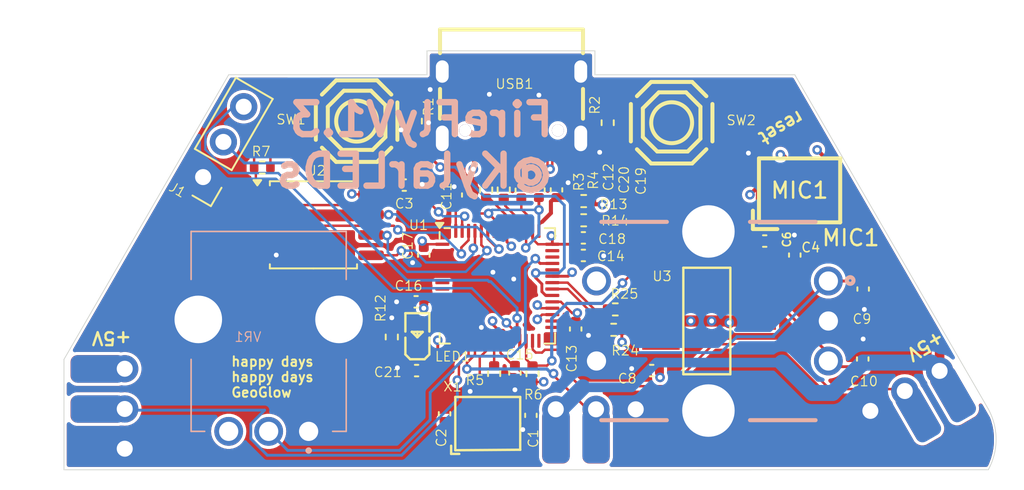
<source format=kicad_pcb>
(kicad_pcb (version 20240108) (generator "pcbnew") (generator_version "8.0")
  (layers (0 "F.Cu" signal) (1 "In1.Cu" signal) (2 "In2.Cu" signal) (31 "B.Cu" signal) (34 "B.Paste" user) (35 "F.Paste" user) (36 "B.SilkS" user "B.Silkscreen") (37 "F.SilkS" user "F.Silkscreen") (38 "B.Mask" user) (39 "F.Mask" user) (44 "Edge.Cuts" user))
  (net 0 "")
  (net 1 "BOARD_ID_0")
  (net 2 "Net-(X1-OSC2)")
  (net 6 "XIN")
  (net 7 "3V3")
  (net 8 "+5V")
  (net 9 "PDM_CLK")
  (net 10 "PDM_DATA")
  (net 12 "/A")
  (net 13 "/B")
  (net 14 "Net-(U1-VREG_VOUT)")
  (net 15 "SWCLK")
  (net 16 "SWDIO")
  (net 18 "LED_OUT_1")
  (net 19 "LED_OUT_2")
  (net 20 "LED_OUT_3")
  (net 21 "Net-(LED1-K)")
  (net 25 "Net-(USB1-CC2)")
  (net 26 "Net-(USB1-CC1)")
  (net 27 "Net-(U1-USB_DP)")
  (net 30 "USB_DP")
  (net 31 "USB_DM")
  (net 32 "Net-(U1-USB_DM)")
  (net 33 "XOUT")
  (net 34 "QSPI_SS")
  (net 35 "Net-(SW1-B)")
  (net 36 "ENC_A")
  (net 37 "ENC_B")
  (net 38 "BUTTON")
  (net 40 "QSPI_SD3")
  (net 41 "QSPI_SP0")
  (net 42 "QSPI_SD2")
  (net 43 "POT_ADC")
  (net 44 "QSPI_CLK")
  (net 45 "ENC_SW")
  (net 46 "QSPI_SP1")
  (net 49 "STATUS_LED")
  (net 51 "ADC_VREF")
  (net 52 "Net-(SW2-D)")
  (footprint "easyeda2kicad:SW-SMD_4P-L5.1-W5.1-P3.70-LS6.5-TL-2" (layer "F.Cu") (at 225 97.5 180)
    (property "Reference" "SW2")
    (property "Value" "TS-1187A-B-A-B")
  )
  (footprint "Resistor_SMD:R_0402_1005Metric" (layer "F.Cu") (at 199.4 100.3)
    (property "Reference" "R7")
    (property "Value" "1K")
  )
  (footprint "Package_SO:SOIC-8_5.23x5.23mm_P1.27mm" (layer "F.Cu") (at 202.6 103.885)
    (property "Reference" "U2")
    (property "Value" "W25Q32JVSS")
  )
  (footprint "Capacitor_SMD:C_0402_1005Metric" (layer "F.Cu") (at 215.6 101.72 90)
    (property "Reference" "C12")
    (property "Value" "1uF")
  )
  (footprint "Resistor_SMD:R_0402_1005Metric" (layer "F.Cu") (at 219.5 102.4 180)
    (property "Reference" "R13")
    (property "Value" "220")
  )
  (footprint "Capacitor_SMD:C_0402_1005Metric" (layer "F.Cu") (at 217.8 101.7 90)
    (property "Reference" "C19")
    (property "Value" "2.2uF")
  )
  (footprint "easyeda2kicad:LGA-6_L4.7-W3.8-P1.65_LMD4737T" (layer "F.Cu") (at 233 101.73)
    (property "Reference" "MIC1")
    (property "Value" "LMD4737T263-OY1")
  )
  (footprint "Capacitor_SMD:C_0402_1005Metric" (layer "F.Cu") (at 223.755 113 180)
    (property "Reference" "C8")
    (property "Value" "10uF")
  )
  (footprint "easyeda2kicad:LED0603-RD" (layer "F.Cu") (at 209.1 110.8 90)
    (property "Reference" "LED1")
    (property "Value" "KT-0603R")
  )
  (footprint "Resistor_SMD:R_0402_1005Metric" (layer "F.Cu") (at 219.5 103.6 180)
    (property "Reference" "R14")
    (property "Value" "0")
  )
  (footprint "Capacitor_SMD:C_0402_1005Metric" (layer "F.Cu") (at 219.48 104.7)
    (property "Reference" "C18")
    (property "Value" "100nF")
  )
  (footprint "Capacitor_SMD:C_0402_1005Metric" (layer "F.Cu") (at 208.28 101.4 180)
    (property "Reference" "C3")
    (property "Value" "10uF")
  )
  (footprint "Resistor_SMD:R_0402_1005Metric" (layer "F.Cu") (at 213.4 101.7 -90)
    (property "Reference" "R3")
    (property "Value" "22")
  )
  (footprint "easyeda2kicad:OSC-SMD_4P-L3.2-W2.5-BL" (layer "F.Cu") (at 213.5 116.3)
    (property "Reference" "X1")
    (property "Value" "X322512MSB4SI")
  )
  (footprint "Resistor_SMD:R_0402_1005Metric" (layer "F.Cu") (at 207.5 110.9 -90)
    (property "Reference" "R12")
    (property "Value" "220")
  )
  (footprint "Capacitor_SMD:C_0402_1005Metric" (layer "F.Cu") (at 215.2 113.15 -90)
    (property "Reference" "C15")
    (property "Value" "100nF")
  )
  (footprint "Resistor_SMD:R_0402_1005Metric" (layer "F.Cu") (at 213.9 113.19 90)
    (property "Reference" "R5")
    (property "Value" "1K")
  )
  (footprint "Capacitor_SMD:C_0402_1005Metric" (layer "F.Cu") (at 236.975 107.9 -90)
    (property "Reference" "C9")
    (property "Value" "0.1uF")
  )
  (footprint "mouser:ledstrip_3pin_withpins" (layer "F.Cu") (at 241.340511 117.301414 120)
    (property "Reference" "LEDS3" (hide yes))
    (property "Value" "ledstrip_3pin_10mm" (hide yes))
  )
  (footprint "Resistor_SMD:R_0402_1005Metric" (layer "F.Cu") (at 209 97.4 90)
    (property "Reference" "R1")
    (property "Value" "5.1K")
  )
  (footprint "Capacitor_SMD:C_0402_1005Metric" (layer "F.Cu") (at 216.2 115.8 90)
    (property "Reference" "C1")
    (property "Value" "15pF")
  )
  (footprint "Package_DFN_QFN:QFN-56-1EP_7x7mm_P0.4mm_EP3.2x3.2mm" (layer "F.Cu") (at 214.1 107.7)
    (property "Reference" "U1")
    (property "Value" "RP2040")
  )
  (footprint "Resistor_SMD:R_0402_1005Metric" (layer "F.Cu") (at 216.3 113.2 90)
    (property "Reference" "R6")
    (property "Value" "10K")
  )
  (footprint "Capacitor_SMD:C_0402_1005Metric" (layer "F.Cu") (at 212.25 102.02 90)
    (property "Reference" "C11")
    (property "Value" "1uF")
  )
  (footprint "Capacitor_SMD:C_0402_1005Metric" (layer "F.Cu") (at 209.02 108.7 180)
    (property "Reference" "C16")
    (property "Value" "100nF")
  )
  (footprint "easyeda2kicad:SOT-223-3_L6.5-W3.4-P2.30-LS7.0-BR" (layer "F.Cu") (at 227.3 109.9)
    (property "Reference" "U3")
    (property "Value" "AMS1117-3.3")
  )
  (footprint "Capacitor_SMD:C_0402_1005Metric" (layer "F.Cu") (at 232.7 105.775 90)
    (property "Reference" "C4")
    (property "Value" "10uF")
  )
  (footprint "Resistor_SMD:R_0402_1005Metric" (layer "F.Cu") (at 214.5 101.7 -90)
    (property "Reference" "R4")
    (property "Value" "22")
  )
  (footprint "Capacitor_SMD:C_0402_1005Metric" (layer "F.Cu") (at 219 110.4 -90)
    (property "Reference" "C13")
    (property "Value" "100nF")
  )
  (footprint "Resistor_SMD:R_0402_1005Metric" (layer "F.Cu") (at 221.375 110.45)
    (property "Reference" "R24")
    (property "Value" "10k")
  )
  (footprint "Resistor_SMD:R_0402_1005Metric" (layer "F.Cu") (at 221 97.5 -90)
    (property "Reference" "R2")
    (property "Value" "5.1K")
  )
  (footprint "Capacitor_SMD:C_0402_1005Metric" (layer "F.Cu") (at 219.48 105.8)
    (property "Reference" "C14")
    (property "Value" "100nF")
  )
  (footprint "Capacitor_SMD:C_0402_1005Metric" (layer "F.Cu") (at 210.8 115.7 -90)
    (property "Reference" "C2")
    (property "Value" "15pF")
  )
  (footprint "easyeda2kicad:USB-C_SMD-TYPE-C-31-M-12" (layer "F.Cu") (at 214.9865 96.77 180)
    (property "Reference" "USB1")
    (property "Value" "USB-TYPE-C-018")
  )
  (footprint "Capacitor_SMD:C_0402_1005Metric" (layer "F.Cu") (at 230.82 104.9 180)
    (property "Reference" "C6")
    (property "Value" "100nF")
  )
  (footprint "Resistor_SMD:R_0402_1005Metric" (layer "F.Cu") (at 221.475 109.175)
    (property "Reference" "R25")
    (property "Value" "10k")
  )
  (footprint "Connector_PinHeader_2.54mm:PinHeader_1x03_P2.54mm_Vertical" (layer "F.Cu") (at 195.7 100.9 150)
    (property "Reference" "J1")
    (property "Value" "Conn_01x03")
  )
  (footprint "Capacitor_SMD:C_0402_1005Metric" (layer "F.Cu") (at 216.7 101.7 90)
    (property "Reference" "C20")
    (property "Value" "100nF")
  )
  (footprint "easyeda2kicad:SW-SMD_4P-L5.1-W5.1-P3.70-LS6.5-TL-2" (layer "F.Cu") (at 205.3 97.4 180)
    (property "Reference" "SW1")
    (property "Value" "TS-1187A-B-A-B")
  )
  (footprint "Capacitor_SMD:C_0402_1005Metric" (layer "F.Cu") (at 209.5 105.78 -90)
    (property "Reference" "C17")
    (property "Value" "100nF")
  )
  (footprint "Capacitor_SMD:C_0402_1005Metric" (layer "F.Cu") (at 209.05 113 180)
    (property "Reference" "C21")
    (property "Value" "100nF")
  )
  (footprint "Capacitor_SMD:C_0402_1005Metric" (layer "F.Cu") (at 236.95 112.275 -90)
    (property "Reference" "C10")
    (property "Value" "0.1uF")
  )
  (footprint "mouser:ledstrip_3pin_withpins" (layer "B.Cu") (at 220.25549 118.921351 90)
    (property "Reference" "LEDS2" (hide yes))
    (property "Value" "ledstrip_3pin_10mm" (hide yes))
  )
  (footprint "mouser:PEC12R-4XXXF-SXXXX_court" (layer "B.Cu") (at 227.3 109.9 -90)
    (property "Reference" "U7" (hide yes))
    (property "Value" "PEC12R-4215F-S0024" (hide yes))
  )
  (footprint "mouser:ledstrip_3pin_withpins" (layer "B.Cu") (at 187.3 115.385)
    (property "Reference" "LEDS1" (hide yes))
    (property "Value" "ledstrip_3pin_10mm" (hide yes))
  )
  (footprint "mouser:PTV09A4020FB103" (layer "B.Cu") (at 199.8 111.2 180)
    (property "Reference" "VR1")
    (property "Value" "PTV09A-4020F-B104" (hide yes))
  )
  (gr_line (start 187 112.3) (end 197.3 94.5) (stroke (width 0.05)) (layer "Edge.Cuts"))
  (gr_arc (start 244.8 115.4) (mid 245.288097 117.300175) (end 244.801193 119.200655) (stroke (width 0.05)) (layer "Edge.Cuts"))
  (gr_line (start 187 119.201414) (end 187 112.3) (stroke (width 0.05)) (layer "Edge.Cuts"))
  (gr_line (start 244.801193 119.200655) (end 187 119.201414) (stroke (width 0.05)) (layer "Edge.Cuts"))
  (gr_line (start 220.2 93) (end 220.2 94.5) (stroke (width 0.05)) (layer "Edge.Cuts"))
  (gr_line (start 232.7 94.5) (end 244.8 115.4) (stroke (width 0.05)) (layer "Edge.Cuts"))
  (gr_line (start 209.7 93) (end 220.2 93) (stroke (width 0.05)) (layer "Edge.Cuts"))
  (gr_line (start 197.3 94.5) (end 209.7 94.5) (stroke (width 0.05)) (layer "Edge.Cuts"))
  (gr_line (start 209.7 94.5) (end 209.7 93) (stroke (width 0.05)) (layer "Edge.Cuts"))
  (gr_line (start 220.2 94.5) (end 232.7 94.5) (stroke (width 0.05)) (layer "Edge.Cuts"))
  (gr_text "FireFlyV1.3\n@KylarLEDs" (at 217.8 101.7 0) (layer "B.SilkS") (effects (font (size 2 2) (thickness 0.4) (bold yes)) (justify left bottom mirror)))
  (gr_text "MIC1" (at 236.2 104.7 0) (layer "F.SilkS") (effects (font (size 1 1))))
  (gr_text "reset" (at 233 96.6 210) (layer "F.SilkS") (effects (font (size 0.8 0.8) (thickness 0.15) (bold yes)) (justify left bottom)))
  (gr_text "happy days\nhappy days\nGeoGlow" (at 197.4 113.4 0) (layer "F.SilkS") (effects (font (size 0.6 0.6) (thickness 0.12) (bold yes)) (justify left)))
  (gr_text "+5V" (at 241.8 110.4 -150) (layer "F.SilkS") (effects (font (size 0.8 0.8) (thickness 0.15) (bold yes)) (justify left bottom)))
  (gr_text "+5V" (at 191.3 110.5 180) (layer "F.SilkS") (effects (font (size 0.8 0.8) (thickness 0.15) (bold yes)) (justify left bottom)))
  (segment (start 219.96 104.8) (end 219.96 105.8) (width 0.254) (layer "F.Cu") (net 1))
  (segment (start 223.275 113) (end 222.625 113) (width 0.254) (layer "F.Cu") (net 1))
  (segment (start 220.1865 99.35) (end 219.3165 98.48) (width 0.1524) (layer "F.Cu") (net 1))
  (segment (start 233 104.2) (end 233 102.9) (width 0.1524) (layer "F.Cu") (net 1))
  (segment (start 212.2 115.22) (end 212.4 115.42) (width 0.1524) (layer "F.Cu") (net 1))
  (segment (start 215.2 113.66) (end 215.2 114.2) (width 0.1524) (layer "F.Cu") (net 1))
  (segment (start 215.6 101.24) (end 216.68 101.24) (width 0.254) (layer "F.Cu") (net 1))
  (segment (start 214.67 117.18) (end 215.2 117.18) (width 0.1524) (layer "F.Cu") (net 1))
  (segment (start 231.35 102.9) (end 233 102.9) (width 0.1524) (layer "F.Cu") (net 1))
  (segment (start 229.75 99.35) (end 229.8 99.4) (width 0.1524) (layer "F.Cu") (net 1))
  (segment (start 212.47 115.42) (end 212.47 114.37) (width 0.1524) (layer "F.Cu") (net 1))
  (segment (start 220.9 98.01) (end 219.7865 98.01) (width 0.1524) (layer "F.Cu") (net 1))
  (segment (start 236.975 108.38) (end 236.975 109.1) (width 0.1778) (layer "F.Cu") (net 1))
  (segment (start 211.9365 99.24) (end 211.4165 99.24) (width 0.1524) (layer "F.Cu") (net 1))
  (segment (start 212.25 101.54) (end 211.44 101.54) (width 0.1524) (layer "F.Cu") (net 1))
  (segment (start 236.95 111.795) (end 236.95 111.05) (width 0.1778) (layer "F.Cu") (net 1))
  (segment (start 237 111.795) (end 236.695 111.795) (width 0.1778) (layer "F.Cu") (net 1))
  (segment (start 208.54 108.7) (end 207.8 108.7) (width 0.1524) (layer "F.Cu") (net 1))
  (segment (start 236.95 111.05) (end 236.975 111.025) (width 0.1778) (layer "F.Cu") (net 1))
  (segment (start 231.3 104.9) (end 231.3 102.95) (width 0.1524) (layer "F.Cu") (net 1))
  (segment (start 210.6625 106.7) (end 210.6625 107.1) (width 0.1524) (layer "F.Cu") (net 1))
  (segment (start 200.26 105.79) (end 200.275 105.775) (width 0.1524) (layer "F.Cu") (net 1))
  (segment (start 218.5565 99.24) (end 219.3165 98.48) (width 0.1778) (layer "F.Cu") (net 1))
  (segment (start 210.8 115.22) (end 212.2 115.22) (width 0.1524) (layer "F.Cu") (net 1))
  (segment (start 220.5 99.35) (end 220.1865 99.35) (width 0.1524) (layer "F.Cu") (net 1))
  (segment (start 210.6625 106.3) (end 209.54 106.3) (width 0.1524) (layer "F.Cu") (net 1))
  (segment (start 209.54 106.3) (end 209.5 106.26) (width 0.1524) (layer "F.Cu") (net 1))
  (segment (start 236.975 109.1) (end 237.05 109.175) (width 0.1778) (layer "F.Cu") (net 1))
  (segment (start 227.3 115.5) (end 227.3 115.17) (width 0.7) (layer "F.Cu") (net 1))
  (segment (start 210.6625 105.5) (end 210.6625 106.7) (width 0.1524) (layer "F.Cu") (net 1))
  (segment (start 218.525 101.25) (end 217.73 101.25) (width 0.254) (layer "F.Cu") (net 1))
  (segment (start 219.96 105.8) (end 220.725 105.8) (width 0.254) (layer "F.Cu") (net 1))
  (segment (start 209.5 106.26) (end 208.81 106.26) (width 0.1524) (layer "F.Cu") (net 1))
  (segment (start 209.775 95.55) (end 209.9 95.425) (width 0.1778) (layer "F.Cu") (net 1))
  (segment (start 232.675 104.525) (end 233 104.2) (width 0.1524) (layer "F.Cu") (net 1))
  (segment (start 210.6625 105.9) (end 210.6625 105.5) (width 0.1524) (layer "F.Cu") (net 1))
  (segment (start 213.1 111.1375) (end 213.1 110.3) (width 0.1524) (layer "F.Cu") (net 1))
  (segment (start 219 110.88) (end 219.72 110.88) (width 0.2) (layer "F.Cu") (net 1))
  (segment (start 199 105.79) (end 200.26 105.79) (width 0.1524) (layer "F.Cu") (net 1))
  (segment (start 231.3 102.95) (end 231.35 102.9) (width 0.1524) (layer "F.Cu") (net 1))
  (segment (start 227.196351 115.396351) (end 227.3 115.5) (width 0.7) (layer "F.Cu") (net 1))
  (segment (start 211.44 101.54) (end 211.4 101.5) (width 0.1524) (layer "F.Cu") (net 1))
  (segment (start 215.2 117.18) (end 216.1 116.28) (width 0.1524) (layer "F.Cu") (net 1))
  (segment (start 207.5 109.7) (end 207.5 110.39) (width 0.1778) (layer "F.Cu") (net 1))
  (segment (start 207.85 112.825) (end 208.125 113.1) (width 0.1778) (layer "F.Cu") (net 1))
  (segment (start 232.675 104.525) (end 232.7 104.55) (width 0.1524) (layer "F.Cu") (net 1))
  (segment (start 233 102.9) (end 234.65 102.9) (width 0.1524) (layer "F.Cu") (net 1))
  (segment (start 222.625 113) (end 222.5 112.875) (width 0.254) (layer "F.Cu") (net 1))
  (segment (start 208.115 97.91) (end 208.075 97.95) (width 0.1524) (layer "F.Cu") (net 1))
  (segment (start 209 97.91) (end 208.115 97.91) (width 0.1524) (layer "F.Cu") (net 1))
  (segment (start 216.68 101.24) (end 216.7 101.22) (width 0.254) (layer "F.Cu") (net 1))
  (segment (start 209 97.91) (end 210.0865 97.91) (width 0.1524) (layer "F.Cu") (net 1))
  (segment (start 210.6625 106.3) (end 210.6625 105.9) (width 0.1524) (layer "F.Cu") (net 1))
  (segment (start 232.7 104.55) (end 232.7 105.295) (width 0.1524) (layer "F.Cu") (net 1))
  (segment (start 228.02 99.63) (end 228.3 99.35) (width 0.1524) (layer "F.Cu") (net 1))
  (segment (start 211.6365 99.24) (end 211.4165 99.24) (width 0.1778) (layer "F.Cu") (net 1))
  (segment (start 227.3 115.17) (end 230.27 112.2) (width 0.7) (layer "F.Cu") (net 1))
  (segment (start 228.3 99.35) (end 229.75 99.35) (width 0.1524) (layer "F.Cu") (net 1))
  (segment (start 208.125 113.1) (end 208.57 113.1) (width 0.1778) (layer "F.Cu") (net 1))
  (segment (start 210.0865 97.91) (end 210.6565 98.48) (width 0.1524) (layer "F.Cu") (net 1))
  (segment (start 208.76 101.4) (end 209.35 101.4) (width 0.1524) (layer "F.Cu") (net 1))
  (segment (start 212.47 114.37) (end 212.4 114.3) (width 0.1524) (layer "F.Cu") (net 1))
  (segment (start 223.0875 115.396351) (end 227.196351 115.396351) (width 0.7) (layer "F.Cu") (net 1))
  (segment (start 209.35 101.4) (end 209.4 101.35) (width 0.1524) (layer "F.Cu") (net 1))
  (segment (start 208.81 106.26) (end 208.8 106.25) (width 0.1524) (layer "F.Cu") (net 1))
  (segment (start 217.73 101.25) (end 217.7 101.22) (width 0.254) (layer "F.Cu") (net 1))
  (segment (start 208.6 95.55) (end 209.775 95.55) (width 0.1778) (layer "F.Cu") (net 1))
  (segment (start 220.725 105.8) (end 220.75 105.825) (width 0.254) (layer "F.Cu") (net 1))
  (segment (start 219.7865 98.01) (end 219.3165 98.48) (width 0.1524) (layer "F.Cu") (net 1))
  (segment (start 211.4165 99.24) (end 210.6565 98.48) (width 0.1778) (layer "F.Cu") (net 1))
  (segment (start 221.7 99.35) (end 220.5 99.35) (width 0.1778) (layer "F.Cu") (net 1))
  (segment (start 216.7 101.22) (end 217.7 101.22) (width 0.254) (layer "F.Cu") (net 1))
  (segment (start 218.3365 99.24) (end 218.5565 99.24) (width 0.1778) (layer "F.Cu") (net 1))
  (via (at 208.8 106.25) (size 0.6) (drill 0.3) (layers "F.Cu" "B.Cu") (net 1))
  (via (at 207.8 108.7) (size 0.6) (drill 0.3) (layers "F.Cu" "B.Cu") (net 1))
  (via (at 237.05 109.175) (size 0.6) (drill 0.3) (layers "F.Cu" "B.Cu") (net 1))
  (via (at 220.5 99.35) (size 0.6) (drill 0.3) (layers "F.Cu" "B.Cu") (net 1))
  (via (at 211.4 101.5) (size 0.6) (drill 0.3) (layers "F.Cu" "B.Cu") (net 1))
  (via (at 209.8 97.5) (size 0.6) (drill 0.3) (layers "F.Cu" "B.Cu") (net 1))
  (via (at 222.5 112.875) (size 0.6) (drill 0.3) (layers "F.Cu" "B.Cu") (net 1))
  (via (at 208.075 97.95) (size 0.6) (drill 0.3) (layers "F.Cu" "B.Cu") (net 1))
  (via (at 216.7 95.775) (size 0.6) (drill 0.3) (layers "F.Cu" "B.Cu") (net 1))
  (via (at 236.975 111.025) (size 0.6) (drill 0.3) (layers "F.Cu" "B.Cu") (net 1))
  (via (at 232.675 104.525) (size 0.6) (drill 0.3) (layers "F.Cu" "B.Cu") (net 1))
  (via (at 215.69 116.69) (size 0.6) (drill 0.3) (layers "F.Cu" "B.Cu") (net 1))
  (via (at 213.6 95.725) (size 0.6) (drill 0.3) (layers "F.Cu" "B.Cu") (net 1))
  (via (at 213.825 106.85) (size 0.6) (drill 0.3) (layers "F.Cu" "B.Cu") (net 1))
  (via (at 219.8 110.8) (size 0.6) (drill 0.3) (layers "F.Cu" "B.Cu") (net 1))
  (via (at 200.275 105.775) (size 0.6) (drill 0.3) (layers "F.Cu" "B.Cu") (net 1))
  (via (at 209.9 95.425) (size 0.6) (drill 0.3) (layers "F.Cu" "B.Cu") (net 1))
  (via (at 215.2 114.2) (size 0.6) (drill 0.3) (layers "F.Cu" "B.Cu") (net 1))
  (via (at 207.5 109.7) (size 0.6) (drill 0.3) (layers "F.Cu" "B.Cu") (net 1))
  (via (at 207.85 112.825) (size 0.6) (drill 0.3) (layers "F.Cu" "B.Cu") (net 1))
  (via (at 213.1 110.3) (size 0.6) (drill 0.3) (layers "F.Cu" "B.Cu") (net 1))
  (via (at 220.75 105.825) (size 0.6) (drill 0.3) (layers "F.Cu" "B.Cu") (net 1))
  (via (at 209.4 101.35) (size 0.6) (drill 0.3) (layers "F.Cu" "B.Cu") (net 1))
  (via (at 229.8 99.4) (size 0.6) (drill 0.3) (layers "F.Cu" "B.Cu") (net 1))
  (via (at 212.4 114.3) (size 0.6) (drill 0.3) (layers "F.Cu" "B.Cu") (net 1))
  (via (at 215.125 107.275) (size 0.6) (drill 0.3) (layers "F.Cu" "B.Cu") (net 1))
  (via (at 218.525 101.25) (size 0.6) (drill 0.3) (layers "F.Cu" "B.Cu") (net 1))
  (segment (start 219.72 110.88) (end 219.8 110.8) (width 0.2) (layer "B.Cu") (net 1))
  (segment (start 213.9 113.7) (end 213.9 114.65) (width 0.1524) (layer "F.Cu") (net 2))
  (segment (start 216 115.42) (end 216.1 115.32) (width 0.1524) (layer "F.Cu") (net 2))
  (segment (start 213.9 114.65) (end 214.67 115.42) (width 0.1524) (layer "F.Cu") (net 2))
  (segment (start 214.67 115.42) (end 216 115.42) (width 0.1524) (layer "F.Cu") (net 2))
  (segment (start 213.47 116.18) (end 213.47 114.27) (width 0.1524) (layer "F.Cu") (net 6))
  (segment (start 211 116.28) (end 211.57 116.28) (width 0.1524) (layer "F.Cu") (net 6))
  (segment (start 213.5 111.67136) (end 213.5 111.1375) (width 0.1524) (layer "F.Cu") (net 6))
  (segment (start 213.47 114.27) (end 213 113.8) (width 0.1524) (layer "F.Cu") (net 6))
  (segment (start 211.57 116.28) (end 212.47 117.18) (width 0.1524) (layer "F.Cu") (net 6))
  (segment (start 212.47 117.18) (end 213.47 116.18) (width 0.1524) (layer "F.Cu") (net 6))
  (segment (start 213 112.17136) (end 213.5 111.67136) (width 0.1524) (layer "F.Cu") (net 6))
  (segment (start 213 113.8) (end 213 112.17136) (width 0.1524) (layer "F.Cu") (net 6))
  (segment (start 209.7 105.1) (end 209.5 105.3) (width 0.1524) (layer "F.Cu") (net 7))
  (segment (start 228.5 109.9) (end 228.6 110) (width 0.7) (layer "F.Cu") (net 7))
  (segment (start 205.03 101.98) (end 205 101.95) (width 0.1524) (layer "F.Cu") (net 7))
  (segment (start 214.7 104.2625) (end 214.3 104.2625) (width 0.1778) (layer "F.Cu") (net 7))
  (segment (start 209.5 105.3) (end 209.5 105) (width 0.1524) (layer "F.Cu") (net 7))
  (segment (start 209.5 105) (end 209.4 104.9) (width 0.1524) (layer "F.Cu") (net 7))
  (segment (start 218.7 105.1) (end 219 104.8) (width 0.1778) (layer "F.Cu") (net 7))
  (segment (start 216.3 113.71) (end 216.99 113.71) (width 0.1524) (layer "F.Cu") (net 7))
  (segment (start 231.35 100.56) (end 231.34 100.56) (width 0.254) (layer "F.Cu") (net 7))
  (segment (start 216.3 113.71) (end 216.21 113.71) (width 0.1524) (layer "F.Cu") (net 7))
  (segment (start 210.6625 105.1) (end 209.7 105.1) (width 0.1524) (layer "F.Cu") (net 7))
  (segment (start 219 104.72) (end 220.02 103.7) (width 0.254) (layer "F.Cu") (net 7))
  (segment (start 217.5375 105.1) (end 218.7 105.1) (width 0.1778) (layer "F.Cu") (net 7))
  (segment (start 216.637296 105.1) (end 217.5375 105.1) (width 0.1524) (layer "F.Cu") (net 7))
  (segment (start 231.01 100.9) (end 231.35 100.56) (width 0.1524) (layer "F.Cu") (net 7))
  (segment (start 220.65 102.6) (end 220.675 102.625) (width 0.254) (layer "F.Cu") (net 7))
  (segment (start 218.77136 109.4) (end 218.07136 108.7) (width 0.1524) (layer "F.Cu") (net 7))
  (segment (start 224.235 113.385) (end 224.235 113) (width 0.254) (layer "F.Cu") (net 7))
  (segment (start 216.21 113.71) (end 215.2 112.7) (width 0.1524) (layer "F.Cu") (net 7))
  (segment (start 218.07136 108.7) (end 217.5375 108.7) (width 0.1524) (layer "F.Cu") (net 7))
  (segment (start 228.6 110) (end 228.7 109.9) (width 0.7) (layer "F.Cu") (net 7))
  (segment (start 206.2 101.98) (end 205.03 101.98) (width 0.1524) (layer "F.Cu") (net 7))
  (segment (start 219.1 109.4) (end 218.77136 109.4) (width 0.1524) (layer "F.Cu") (net 7))
  (segment (start 220.02 103.7) (end 220.02 102.61) (width 0.254) (layer "F.Cu") (net 7))
  (segment (start 220.02 102.61) (end 220.01 102.6) (width 0.254) (layer "F.Cu") (net 7))
  (segment (start 228.7 109.9) (end 230.27 109.9) (width 0.7) (layer "F.Cu") (net 7))
  (segment (start 217.5375 105.1) (end 217.5375 104.6375) (width 0.1778) (layer "F.Cu") (net 7))
  (segment (start 210.6625 108.7) (end 209.5 108.7) (width 0.1524) (layer "F.Cu") (net 7))
  (segment (start 220.01 102.6) (end 220.65 102.6) (width 0.254) (layer "F.Cu") (net 7))
  (segment (start 216.3 103.6) (end 215.6 102.9) (width 0.1524) (layer "F.Cu") (net 7))
  (segment (start 207.8 101.4) (end 206.78 101.4) (width 0.1524) (layer "F.Cu") (net 7))
  (segment (start 216.3 104.762704) (end 216.637296 105.1) (width 0.1524) (layer "F.Cu") (net 7))
  (segment (start 216.3 104.2625) (end 216.3 103.6) (width 0.1524) (layer "F.Cu") (net 7))
  (segment (start 206.78 101.4) (end 206.2 101.98) (width 0.1524) (layer "F.Cu") (net 7))
  (segment (start 215.6 102.9) (end 215.6 102.38) (width 0.1524) (layer "F.Cu") (net 7))
  (segment (start 214.3 111.9) (end 215.1 112.7) (width 0.1524) (layer "F.Cu") (net 7))
  (segment (start 219 105.8) (end 219 104.8) (width 0.254) (layer "F.Cu") (net 7))
  (segment (start 216.3 104.2625) (end 216.3 104.762704) (width 0.1524) (layer "F.Cu") (net 7))
  (segment (start 214.3 111.1375) (end 214.3 111.9) (width 0.1524) (layer "F.Cu") (net 7))
  (segment (start 227.5 109.9) (end 226.2 109.9) (width 0.7) (layer "F.Cu") (net 7))
  (segment (start 217.5375 104.6375) (end 217.475 104.575) (width 0.1778) (layer "F.Cu") (net 7))
  (segment (start 214.7 104.95) (end 214.975 105.225) (width 0.1778) (layer "F.Cu") (net 7))
  (segment (start 230.34 104.9) (end 230.34 101.56) (width 0.1524) (layer "F.Cu") (net 7))
  (segment (start 209.3868 109.2132) (end 209.5 109.1) (width 0.1524) (layer "F.Cu") (net 7))
  (segment (start 230.34 101.56) (end 230.8 101.1) (width 0.1524) (layer "F.Cu") (net 7))
  (segment (start 230.8 101.1) (end 229.9 102) (width 0.254) (layer "F.Cu") (net 7))
  (segment (start 219 104.8) (end 219 104.72) (width 0.254) (layer "F.Cu") (net 7))
  (segment (start 227.5 109.9) (end 228.5 109.9) (width 0.7) (layer "F.Cu") (net 7))
  (segment (start 209.5 108.7) (end 209.5 109.1) (width 0.1524) (layer "F.Cu") (net 7))
  (segment (start 224.275 113.425) (end 224.235 113.385) (width 0.254) (layer "F.Cu") (net 7))
  (segment (start 224.33 109.9) (end 226.2 109.9) (width 0.7) (layer "F.Cu") (net 7))
  (segment (start 215.1 112.7) (end 215.2 112.7) (width 0.1524) (layer "F.Cu") (net 7))
  (segment (start 216.99 113.71) (end 217 113.7) (width 0.1524) (layer "F.Cu") (net 7))
  (segment (start 214.7 104.2625) (end 214.7 104.95) (width 0.1778) (layer "F.Cu") (net 7))
  (segment (start 231.34 100.56) (end 230.8 101.1) (width 0.254) (layer "F.Cu") (net 7))
  (via (at 228.6 110) (size 0.6) (drill 0.3) (layers "F.Cu" "B.Cu") (net 7))
  (via (at 217.475 104.575) (size 0.6) (drill 0.3) (layers "F.Cu" "B.Cu") (net 7))
  (via (at 217 113.7) (size 0.6) (drill 0.3) (layers "F.Cu" "B.Cu") (net 7))
  (via (at 226.2 109.9) (size 0.6) (drill 0.3) (layers "F.Cu" "B.Cu") (net 7))
  (via (at 209.5 109.1) (size 0.6) (drill 0.3) (layers "F.Cu" "B.Cu") (net 7))
  (via (at 229.9 102) (size 0.6) (drill 0.3) (layers "F.Cu" "B.Cu") (net 7))
  (via (at 214.975 105.225) (size 0.6) (drill 0.3) (layers "F.Cu" "B.Cu") (net 7))
  (via (at 205 101.95) (size 0.6) (drill 0.3) (layers "F.Cu" "B.Cu") (net 7))
  (via (at 219.1 109.4) (size 0.6) (drill 0.3) (layers "F.Cu" "B.Cu") (net 7))
  (via (at 224.275 113.425) (size 0.6) (drill 0.3) (layers "F.Cu" "B.Cu") (net 7))
  (via (at 227.5 109.9) (size 0.6) (drill 0.3) (layers "F.Cu" "B.Cu") (net 7))
  (via (at 209.4 104.9) (size 0.6) (drill 0.3) (layers "F.Cu" "B.Cu") (net 7))
  (via (at 220.675 102.625) (size 0.6) (drill 0.3) (layers "F.Cu" "B.Cu") (net 7))
  (segment (start 217.5365 100.2635) (end 217.4 100.4) (width 0.1524) (layer "F.Cu") (net 8))
  (segment (start 212.6 99.4035) (end 212.4365 99.24) (width 0.1524) (layer "F.Cu") (net 8))
  (segment (start 232.475 107.6) (end 230.27 107.6) (width 0.6) (layer "F.Cu") (net 8))
  (segment (start 217.5365 99.24) (end 217.5365 100.2635) (width 0.1524) (layer "F.Cu") (net 8))
  (segment (start 234.220101 106) (end 232.882601 107.3375) (width 0.6) (layer "F.Cu") (net 8))
  (segment (start 232.7375 107.3375) (end 232.475 107.6) (width 0.6) (layer "F.Cu") (net 8))
  (segment (start 217.2365 100.2365) (end 217.2365 99.24) (width 0.1524) (layer "F.Cu") (net 8))
  (segment (start 212.6 100.4) (end 212.6 99.4035) (width 0.1524) (layer "F.Cu") (net 8))
  (segment (start 217.4 100.4) (end 217.2365 100.2365) (width 0.1524) (layer "F.Cu") (net 8))
  (segment (start 236.773976 106) (end 234.220101 106) (width 0.6) (layer "F.Cu") (net 8))
  (segment (start 232.882601 107.3375) (end 232.7375 107.3375) (width 0.6) (layer "F.Cu") (net 8))
  (segment (start 241.755574 111.555574) (end 237.785 107.585) (width 0.6) (layer "F.Cu") (net 8))
  (segment (start 237.785 107.011024) (end 236.773976 106) (width 0.6) (layer "F.Cu") (net 8))
  (segment (start 237.785 107.585) (end 237.785 107.011024) (width 0.6) (layer "F.Cu") (net 8))
  (segment (start 232.7375 107.3375) (end 232.7 107.3) (width 0.6) (layer "F.Cu") (net 8))
  (segment (start 232.7 107.3) (end 232.7 106.255) (width 0.6) (layer "F.Cu") (net 8))
  (segment (start 241.755574 113.020325) (end 241.755574 111.555574) (width 0.6) (layer "F.Cu") (net 8))
  (via (at 217.4 100.4) (size 0.6) (drill 0.3) (layers "F.Cu" "B.Cu") (net 8))
  (via (at 212.6 100.4) (size 0.6) (drill 0.3) (layers "F.Cu" "B.Cu") (net 8))
  (segment (start 223.95 112.6) (end 222.503649 114.046351) (width 0.6) (layer "B.Cu") (net 8))
  (segment (start 219.4375 114.046351) (end 218.0875 115.396351) (width 1) (layer "B.Cu") (net 8))
  (segment (start 236.962742 112.5) (end 235.062742 114.4) (width 1) (layer "B.Cu") (net 8))
  (segment (start 241.235249 112.5) (end 236.962742 112.5) (width 1) (layer "B.Cu") (net 8))
  (segment (start 235.062742 114.4) (end 233.8 114.4) (width 1) (layer "B.Cu") (net 8))
  (segment (start 224.05 112.5) (end 223.95 112.6) (width 0.6) (layer "B.Cu") (net 8))
  (segment (start 233.8 114.4) (end 231.9 112.5) (width 1) (layer "B.Cu") (net 8))
  (segment (start 222.503649 114.046351) (end 219.4375 114.046351) (width 0.6) (layer "B.Cu") (net 8))
  (segment (start 241.755574 113.020325) (end 241.235249 112.5) (width 1) (layer "B.Cu") (net 8))
  (segment (start 231.9 112.5) (end 224.05 112.5) (width 0.6) (layer "B.Cu") (net 8))
  (segment (start 217.5375 109.1) (end 216.8 109.1) (width 0.1524) (layer "F.Cu") (net 9))
  (segment (start 234.65 99.75) (end 234.1 99.2) (width 0.254) (layer "F.Cu") (net 9))
  (segment (start 234.65 100.56) (end 234.65 99.75) (width 0.254) (layer "F.Cu") (net 9))
  (segment (start 216.8 109.1) (end 216.6 108.9) (width 0.1524) (layer "F.Cu") (net 9))
  (via (at 234.1 99.2) (size 0.6) (drill 0.3) (layers "F.Cu" "B.Cu") (net 9))
  (via (at 216.6 108.9) (size 0.6) (drill 0.3) (layers "F.Cu" "B.Cu") (net 9))
  (segment (start 231.94 99.5) (end 233 100.56) (width 0.254) (layer "F.Cu") (net 10))
  (segment (start 231.8 99.5) (end 231.94 99.5) (width 0.254) (layer "F.Cu") (net 10))
  (segment (start 216.9 109.5) (end 216.6 109.8) (width 0.1524) (layer "F.Cu") (net 10))
  (segment (start 217.5375 109.5) (end 216.9 109.5) (width 0.1524) (layer "F.Cu") (net 10))
  (via (at 216.6 109.8) (size 0.6) (drill 0.3) (layers "F.Cu" "B.Cu") (net 10))
  (via (at 231.8 99.5) (size 0.6) (drill 0.3) (layers "F.Cu" "B.Cu") (net 10))
  (segment (start 237.03 107.4) (end 234.8 107.4) (width 0.1778) (layer "F.Cu") (net 12))
  (segment (start 221.885 110.45) (end 221.885 111.21) (width 0.1778) (layer "F.Cu") (net 12))
  (segment (start 221.885 111.21) (end 221.9 111.225) (width 0.1778) (layer "F.Cu") (net 12))
  (via (at 221.9 111.225) (size 0.6) (drill 0.3) (layers "F.Cu" "B.Cu") (net 12))
  (segment (start 231.375 110.875) (end 231.375 110.825) (width 0.1778) (layer "B.Cu") (net 12))
  (segment (start 228.075 111.875) (end 229.075 110.875) (width 0.1778) (layer "B.Cu") (net 12))
  (segment (start 222.55 111.875) (end 228.075 111.875) (width 0.1778) (layer "B.Cu") (net 12))
  (segment (start 221.9 111.225) (end 222.55 111.875) (width 0.1778) (layer "B.Cu") (net 12))
  (segment (start 231.375 110.825) (end 234.8 107.4) (width 0.1778) (layer "B.Cu") (net 12))
  (segment (start 229.075 110.875) (end 231.375 110.875) (width 0.1778) (layer "B.Cu") (net 12))
  (segment (start 229.4 109.025) (end 231.9 109.025) (width 0.1778) (layer "F.Cu") (net 13))
  (segment (start 221.985 109.175) (end 221.985 108.6972) (width 0.1778) (layer "F.Cu") (net 13))
  (segment (start 228.1861 107.8111) (end 229.4 109.025) (width 0.1778) (layer "F.Cu") (net 13))
  (segment (start 235.155 112.755) (end 234.8 112.4) (width 0.1778) (layer "F.Cu") (net 13))
  (segment (start 234.8 111.925) (end 234.8 112.4) (width 0.1778) (layer "F.Cu") (net 13))
  (segment (start 222.8711 107.8111) (end 228.1861 107.8111) (width 0.1778) (layer "F.Cu") (net 13))
  (segment (start 237 112.755) (end 235.155 112.755) (width 0.1778) (layer "F.Cu") (net 13))
  (segment (start 231.9 109.025) (end 234.8 111.925) (width 0.1778) (layer "F.Cu") (net 13))
  (segment (start 221.985 108.6972) (end 222.8711 107.8111) (width 0.1778) (layer "F.Cu") (net 13))
  (segment (start 212.25 102.5) (end 212.925 103.175) (width 0.1524) (layer "F.Cu") (net 14))
  (segment (start 213.9 103.525) (end 213.55 103.175) (width 0.1524) (layer "F.Cu") (net 14))
  (segment (start 212.925 103.175) (end 213.55 103.175) (width 0.1524) (layer "F.Cu") (net 14))
  (segment (start 214.461526 110.4841) (end 214.7 110.722574) (width 0.1778) (layer "F.Cu") (net 14))
  (segment (start 213.9 104.2625) (end 213.9 103.525) (width 0.1524) (layer "F.Cu") (net 14))
  (segment (start 215.9 105.3) (end 215.9 104.2625) (width 0.1524) (layer "F.Cu") (net 14))
  (segment (start 213.8 109.9) (end 213.8 110.1) (width 0.1778) (layer "F.Cu") (net 14))
  (segment (start 210.375 111.1) (end 210.375 112.035) (width 0.1778) (layer "F.Cu") (net 14))
  (segment (start 214.7 110.722574) (end 214.7 111.1375) (width 0.1778) (layer "F.Cu") (net 14))
  (segment (start 216.7 102.18) (end 216.7 102.95) (width 0.1778) (layer "F.Cu") (net 14))
  (segment (start 213.8 110.1) (end 214.1841 110.4841) (width 0.1778) (layer "F.Cu") (net 14))
  (segment (start 215.875 105.325) (end 215.9 105.3) (width 0.1524) (layer "F.Cu") (net 14))
  (segment (start 214.1841 110.4841) (end 214.461526 110.4841) (width 0.1778) (layer "F.Cu") (net 14))
  (segment (start 210.375 112.035) (end 209.585 112.825) (width 0.1778) (layer "F.Cu") (net 14))
  (via (at 210.375 111.1) (size 0.6) (drill 0.3) (layers "F.Cu" "B.Cu") (net 14))
  (via (at 213.55 103.175) (size 0.6) (drill 0.3) (layers "F.Cu" "B.Cu") (net 14))
  (via (at 215.875 105.325) (size 0.6) (drill 0.3) (layers "F.Cu" "B.Cu") (net 14))
  (via (at 213.8 109.9) (size 0.6) (drill 0.3) (layers "F.Cu" "B.Cu") (net 14))
  (via (at 216.7 102.95) (size 0.6) (drill 0.3) (layers "F.Cu" "B.Cu") (net 14))
  (segment (start 216.7 102.95) (end 216.7 104.5) (width 0.1778) (layer "B.Cu") (net 14))
  (segment (start 216.7 104.5) (end 215.875 105.325) (width 0.1778) (layer "B.Cu") (net 14))
  (segment (start 213.55 103.175) (end 213.775 102.95) (width 0.1524) (layer "B.Cu") (net 14))
  (segment (start 213.775 102.95) (end 216.7 102.95) (width 0.1524) (layer "B.Cu") (net 14))
  (segment (start 214.66819 110.011403) (end 215.1 110.443213) (width 0.1524) (layer "F.Cu") (net 15))
  (segment (start 215.1 110.443213) (end 215.1 111.1375) (width 0.1524) (layer "F.Cu") (net 15))
  (via (at 214.66819 110.011403) (size 0.6) (drill 0.3) (layers "F.Cu" "B.Cu") (net 15))
  (segment (start 197.327017 100.65) (end 195.8438 99.166783) (width 0.1524) (layer "B.Cu") (net 15))
  (segment (start 200.4 100.65) (end 197.327017 100.65) (width 0.1524) (layer "B.Cu") (net 15))
  (segment (start 212.506787 107.85) (end 207.6 107.85) (width 0.1524) (layer "B.Cu") (net 15))
  (segment (start 207.6 107.85) (end 200.4 100.65) (width 0.1524) (layer "B.Cu") (net 15))
  (segment (start 195.8438 99.166783) (end 195.8438 98.233807) (width 0.1524) (layer "B.Cu") (net 15))
  (segment (start 195.8438 98.233807) (end 197.577016 96.500591) (width 0.1524) (layer "B.Cu") (net 15))
  (segment (start 197.577016 96.500591) (end 198.24 96.500591) (width 0.1524) (layer "B.Cu") (net 15))
  (segment (start 214.66819 110.011403) (end 212.506787 107.85) (width 0.1524) (layer "B.Cu") (net 15))
  (segment (start 215.337254 110.259274) (end 215.5 110.42202) (width 0.1778) (layer "F.Cu") (net 16))
  (segment (start 215.337254 109.726999) (end 215.337254 110.259274) (width 0.1778) (layer "F.Cu") (net 16))
  (segment (start 215.5 110.42202) (end 215.5 111.1375) (width 0.1778) (layer "F.Cu") (net 16))
  (via (at 215.337254 109.726999) (size 0.6) (drill 0.3) (layers "F.Cu" "B.Cu") (net 16))
  (segment (start 198.285605 100.0159) (end 196.97 98.700295) (width 0.1778) (layer "B.Cu") (net 16))
  (segment (start 215.337254 109.726999) (end 215.337254 109.087254) (width 0.1778) (layer "B.Cu") (net 16))
  (segment (start 213.492169 107.35) (end 208.45 107.35) (width 0.1778) (layer "B.Cu") (net 16))
  (segment (start 201.1159 100.0159) (end 198.285605 100.0159) (width 0.1778) (layer "B.Cu") (net 16))
  (segment (start 213.6889 107.4389) (end 213.581069 107.4389) (width 0.1778) (layer "B.Cu") (net 16))
  (segment (start 208.45 107.35) (end 201.1159 100.0159) (width 0.1778) (layer "B.Cu") (net 16))
  (segment (start 215.337254 109.087254) (end 213.6889 107.4389) (width 0.1778) (layer "B.Cu") (net 16))
  (segment (start 213.581069 107.4389) (end 213.492169 107.35) (width 0.1778) (layer "B.Cu") (net 16))
  (segment (start 211.6968 112.61698) (end 212.3 112.01378) (width 0.1524) (layer "F.Cu") (net 18))
  (segment (start 212.3 112.01378) (end 212.3 111.1375) (width 0.1524) (layer "F.Cu") (net 18))
  (segment (start 211.6968 113.5032) (end 211.6968 112.61698) (width 0.1524) (layer "F.Cu") (net 18))
  (segment (start 211.45 113.75) (end 211.6968 113.5032) (width 0.1524) (layer "F.Cu") (net 18))
  (via (at 211.6 113.6) (size 0.6) (drill 0.3) (layers "F.Cu" "B.Cu") (net 18))
  (segment (start 198.6841 117.262221) (end 198.6841 116.337779) (width 0.1778) (layer "B.Cu") (net 18))
  (segment (start 198.6841 116.337779) (end 199.546879 115.475) (width 0.1778) (layer "B.Cu") (net 18))
  (segment (start 199.546879 115.475) (end 190.875 115.475) (width 0.1778) (layer "B.Cu") (net 18))
  (segment (start 211.6 114.808852) (end 208.115152 118.2937) (width 0.1778) (layer "B.Cu") (net 18))
  (segment (start 199.715579 118.2937) (end 198.6841 117.262221) (width 0.1778) (layer "B.Cu") (net 18))
  (segment (start 190.875 115.475) (end 190.8 115.4) (width 0.1778) (layer "B.Cu") (net 18))
  (segment (start 211.6 113.6) (end 211.6 114.808852) (width 0.1778) (layer "B.Cu") (net 18))
  (segment (start 208.115152 118.2937) (end 199.715579 118.2937) (width 0.1778) (layer "B.Cu") (net 18))
  (segment (start 212.2 112.508912) (end 212.7 112.008912) (width 0.1524) (layer "F.Cu") (net 19))
  (segment (start 219.713846 115.396351) (end 220.6025 115.396351) (width 0.1524) (layer "F.Cu") (net 19))
  (segment (start 217.614579 113.187851) (end 217.614579 113.297084) (width 0.1524) (layer "F.Cu") (net 19))
  (segment (start 217.614579 113.297084) (end 219.713846 115.396351) (width 0.1524) (layer "F.Cu") (net 19))
  (segment (start 212.7 112.008912) (end 212.7 111.1375) (width 0.1524) (layer "F.Cu") (net 19))
  (segment (start 212.2 112.9) (end 212.2 112.508912) (width 0.1524) (layer "F.Cu") (net 19))
  (via (at 217.614579 113.187851) (size 0.6) (drill 0.3) (layers "F.Cu" "B.Cu") (net 19))
  (via (at 212.2 112.9) (size 0.6) (drill 0.3) (layers "F.Cu" "B.Cu") (net 19))
  (segment (start 217.614579 113.187851) (end 217.60243 113.2) (width 0.2) (layer "B.Cu") (net 19))
  (segment (start 217.5 113.2) (end 217.2 112.9) (width 0.2) (layer "B.Cu") (net 19))
  (segment (start 217.2 112.9) (end 212.2 112.9) (width 0.2) (layer "B.Cu") (net 19))
  (segment (start 217.60243 113.2) (end 217.5 113.2) (width 0.2) (layer "B.Cu") (net 19))
  (segment (start 224.975 113.975) (end 219.275 113.975) (width 0.1524) (layer "F.Cu") (net 20))
  (segment (start 218.325 112.15) (end 217.875 111.7) (width 0.1524) (layer "F.Cu") (net 20))
  (segment (start 239.455699 114.156003) (end 234.881003 114.156003) (width 0.1524) (layer "F.Cu") (net 20))
  (segment (start 239.577521 114.277825) (end 239.455699 114.156003) (width 0.1524) (layer "F.Cu") (net 20))
  (segment (start 217.875 111.7) (end 217.07136 111.7) (width 0.1524) (layer "F.Cu") (net 20))
  (segment (start 219.275 113.975) (end 218.325 113.025) (width 0.1524) (layer "F.Cu") (net 20))
  (segment (start 217.07136 111.7) (end 216.89636 111.875) (width 0.1524) (layer "F.Cu") (net 20))
  (segment (start 216.89636 111.875) (end 216.50364 111.875) (width 0.1524) (layer "F.Cu") (net 20))
  (segment (start 216.50364 111.875) (end 216.3 111.67136) (width 0.1524) (layer "F.Cu") (net 20))
  (segment (start 227.6 111.35) (end 224.975 113.975) (width 0.1524) (layer "F.Cu") (net 20))
  (segment (start 218.325 113.025) (end 218.325 112.15) (width 0.1524) (layer "F.Cu") (net 20))
  (segment (start 234.881003 114.156003) (end 232.075 111.35) (width 0.1524) (layer "F.Cu") (net 20))
  (segment (start 216.3 111.67136) (end 216.3 111.1375) (width 0.1524) (layer "F.Cu") (net 20))
  (segment (start 232.075 111.35) (end 227.6 111.35) (width 0.1524) (layer "F.Cu") (net 20))
  (segment (start 207.69 111.6) (end 207.5 111.41) (width 0.1524) (layer "F.Cu") (net 21))
  (segment (start 209.1 111.6) (end 207.69 111.6) (width 0.1524) (layer "F.Cu") (net 21))
  (segment (start 212.39 96.89) (end 213.2365 97.7365) (width 0.1524) (layer "F.Cu") (net 25))
  (segment (start 209 96.89) (end 212.39 96.89) (width 0.1524) (layer "F.Cu") (net 25))
  (segment (start 213.2365 97.7365) (end 213.2365 99.24) (width 0.1524) (layer "F.Cu") (net 25))
  (segment (start 220.9 96.99) (end 217.01 96.99) (width 0.1524) (layer "F.Cu") (net 26))
  (segment (start 217.01 96.99) (end 216.2365 97.7635) (width 0.1524) (layer "F.Cu") (net 26))
  (segment (start 216.2365 97.7635) (end 216.2365 99.24) (width 0.1524) (layer "F.Cu") (net 26))
  (segment (start 213.58136 102.21) (end 213.5 102.21) (width 0.1524) (layer "F.Cu") (net 27))
  (segment (start 215.1 104.2625) (end 215.1 103.72864) (width 0.1524) (layer "F.Cu") (net 27))
  (segment (start 215.1 103.72864) (end 213.58136 102.21) (width 0.1524) (layer "F.Cu") (net 27))
  (segment (start 215.1 100.3) (end 215.2365 100.1635) (width 0.1524) (layer "F.Cu") (net 30))
  (segment (start 213.5 100.920001) (end 214.2365 100.183501) (width 0.1524) (layer "F.Cu") (net 30))
  (segment (start 214.3965 100.3) (end 215.1 100.3) (width 0.1524) (layer "F.Cu") (net 30))
  (segment (start 214.2365 100.183501) (end 214.2365 99.24) (width 0.1524) (layer "F.Cu") (net 30))
  (segment (start 214.2365 100.14) (end 214.3965 100.3) (width 0.1524) (layer "F.Cu") (net 30))
  (segment (start 214.2365 99.24) (end 214.2365 100.14) (width 0.1524) (layer "F.Cu") (net 30))
  (segment (start 213.5 101.19) (end 213.5 100.920001) (width 0.1524) (layer "F.Cu") (net 30))
  (segment (start 215.2365 100.1635) (end 215.2365 99.24) (width 0.1524) (layer "F.Cu") (net 30))
  (segment (start 214.7365 98.3635) (end 214.9 98.2) (width 0.1524) (layer "F.Cu") (net 31))
  (segment (start 215.7365 98.34) (end 215.7365 99.24) (width 0.1524) (layer "F.Cu") (net 31))
  (segment (start 215.7365 100.20175) (end 215.7365 99.24) (width 0.1524) (layer "F.Cu") (net 31))
  (segment (start 214.9 98.2) (end 215.5965 98.2) (width 0.1524) (layer "F.Cu") (net 31))
  (segment (start 214.7365 99.24) (end 214.7365 98.3635) (width 0.1524) (layer "F.Cu") (net 31))
  (segment (start 215.5965 98.2) (end 215.7365 98.34) (width 0.1524) (layer "F.Cu") (net 31))
  (segment (start 214.74825 101.19) (end 215.7365 100.20175) (width 0.1524) (layer "F.Cu") (net 31))
  (segment (start 214.6 101.19) (end 214.74825 101.19) (width 0.1524) (layer "F.Cu") (net 31))
  (segment (start 215.5 103.6) (end 215.5 104.2625) (width 0.1524) (layer "F.Cu") (net 32))
  (segment (start 214.6 102.7) (end 215.5 103.6) (width 0.1524) (layer "F.Cu") (net 32))
  (segment (start 214.6 102.21) (end 214.6 102.7) (width 0.1524) (layer "F.Cu") (net 32))
  (segment (start 213.9 111.1375) (end 213.9 112.68) (width 0.1524) (layer "F.Cu") (net 33))
  (segment (start 199 101.98) (end 199 100.51) (width 0.1524) (layer "F.Cu") (net 34))
  (segment (start 204.525 98.325) (end 206.7 100.5) (width 0.1524) (layer "F.Cu") (net 34))
  (segment (start 199 100.51) (end 198.89 100.4) (width 0.1524) (layer "F.Cu") (net 34))
  (segment (start 210.55 101.4) (end 210.55 101.95) (width 0.1524) (layer "F.Cu") (net 34))
  (segment (start 206.7 100.5) (end 209.65 100.5) (width 0.1524) (layer "F.Cu") (net 34))
  (segment (start 209.65 100.5) (end 210.55 101.4) (width 0.1524) (layer "F.Cu") (net 34))
  (segment (start 198.89 99.26) (end 199.825 98.325) (width 0.1524) (layer "F.Cu") (net 34))
  (segment (start 210.55 101.95) (end 211.5 102.9) (width 0.1524) (layer "F.Cu") (net 34))
  (segment (start 199.825 98.325) (end 204.525 98.325) (width 0.1524) (layer "F.Cu") (net 34))
  (segment (start 198.89 100.4) (end 198.89 99.26) (width 0.1524) (layer "F.Cu") (net 34))
  (segment (start 211.5 102.9) (end 211.5 104.2625) (width 0.1524) (layer "F.Cu") (net 34))
  (segment (start 199.91 99.54) (end 200.2 99.25) (width 0.1524) (layer "F.Cu") (net 35))
  (segment (start 200.2 99.25) (end 202 99.25) (width 0.1524) (layer "F.Cu") (net 35))
  (segment (start 199.91 100.4) (end 199.91 99.54) (width 0.1524) (layer "F.Cu") (net 35))
  (segment (start 217.5375 107.9) (end 218.5 107.9) (width 0.1524) (layer "F.Cu") (net 36))
  (segment (start 220.865 110.265) (end 220.865 110.45) (width 0.1524) (layer "F.Cu") (net 36))
  (segment (start 218.5 107.9) (end 220.865 110.265) (width 0.1524) (layer "F.Cu") (net 36))
  (segment (start 217.5375 107.5) (end 218.495132 107.5) (width 0.1524) (layer "F.Cu") (net 37))
  (segment (start 220.170132 109.175) (end 220.965 109.175) (width 0.1524) (layer "F.Cu") (net 37))
  (segment (start 218.495132 107.5) (end 220.170132 109.175) (width 0.1524) (layer "F.Cu") (net 37))
  (segment (start 217.122574 108.3) (end 217.5375 108.3) (width 0.1778) (layer "F.Cu") (net 38))
  (segment (start 216.5 107.2) (end 216.8841 107.5841) (width 0.1778) (layer "F.Cu") (net 38))
  (segment (start 216.8841 108.061526) (end 217.122574 108.3) (width 0.1778) (layer "F.Cu") (net 38))
  (segment (start 208.6 99.25) (end 209.5 99.25) (width 0.1778) (layer "F.Cu") (net 38))
  (segment (start 216.8841 107.5841) (end 216.8841 108.061526) (width 0.1778) (layer "F.Cu") (net 38))
  (segment (start 216.5 106.9) (end 216.5 107.2) (width 0.1778) (layer "F.Cu") (net 38))
  (segment (start 209.5 99.25) (end 210.525 100.275) (width 0.1778) (layer "F.Cu") (net 38))
  (via (at 210.525 100.275) (size 0.6) (drill 0.3) (layers "F.Cu" "B.Cu") (net 38))
  (via (at 216.5 106.9) (size 0.6) (drill 0.3) (layers "F.Cu" "B.Cu") (net 38))
  (segment (start 217.732831 102.1) (end 213.2778 102.1) (width 0.1778) (layer "B.Cu") (net 38))
  (segment (start 213.2778 102.1) (end 211.4528 100.275) (width 0.1778) (layer "B.Cu") (net 38))
  (segment (start 211.4528 100.275) (end 210.525 100.275) (width 0.1778) (layer "B.Cu") (net 38))
  (segment (start 216.5 106.9) (end 217.95 106.9) (width 0.1778) (layer "B.Cu") (net 38))
  (segment (start 218.2889 106.5611) (end 218.2889 102.656069) (width 0.1778) (layer "B.Cu") (net 38))
  (segment (start 218.2889 102.656069) (end 217.732831 102.1) (width 0.1778) (layer "B.Cu") (net 38))
  (segment (start 217.95 106.9) (end 218.2889 106.5611) (width 0.1778) (layer "B.Cu") (net 38))
  (segment (start 214.2 105.4) (end 214.137296 105.4) (width 0.1524) (layer "F.Cu") (net 40))
  (segment (start 207.3 103.25) (end 206.2 103.25) (width 0.1524) (layer "F.Cu") (net 40))
  (segment (start 214.137296 105.4) (end 213.5 104.762704) (width 0.1524) (layer "F.Cu") (net 40))
  (segment (start 213.5 104.762704) (end 213.5 104.2625) (width 0.1524) (layer "F.Cu") (net 40))
  (via (at 207.3 103.25) (size 0.6) (drill 0.3) (layers "F.Cu" "B.Cu") (net 40))
  (via (at 214.2 105.4) (size 0.6) (drill 0.3) (layers "F.Cu" "B.Cu") (net 40))
  (segment (start 207.754059 103.225) (end 207.325 103.225) (width 0.1524) (layer "B.Cu") (net 40))
  (segment (start 207.325 103.225) (end 207.3 103.25) (width 0.1524) (layer "B.Cu") (net 40))
  (segment (start 208.554059 104.025) (end 207.754059 103.225) (width 0.1524) (layer "B.Cu") (net 40))
  (segment (start 214.2 105.4) (end 212.825 104.025) (width 0.1524) (layer "B.Cu") (net 40))
  (segment (start 212.825 104.025) (end 208.554059 104.025) (width 0.1524) (layer "B.Cu") (net 40))
  (segment (start 208.1 105.5) (end 207.81 105.79) (width 0.1524) (layer "F.Cu") (net 41))
  (segment (start 212.6668 105.179141) (end 212.7 105.145941) (width 0.1524) (layer "F.Cu") (net 41))
  (segment (start 212.7 105.145941) (end 212.7 104.2625) (width 0.1524) (layer "F.Cu") (net 41))
  (segment (start 207.81 105.79) (end 206.2 105.79) (width 0.1524) (layer "F.Cu") (net 41))
  (segment (start 212.6668 105.2832) (end 212.6668 105.179141) (width 0.1524) (layer "F.Cu") (net 41))
  (segment (start 212.6 105.35) (end 212.6668 105.2832) (width 0.1524) (layer "F.Cu") (net 41))
  (via (at 208.1 105.5) (size 0.6) (drill 0.3) (layers "F.Cu" "B.Cu") (net 41))
  (via (at 212.6 105.35) (size 0.6) (drill 0.3) (layers "F.Cu" "B.Cu") (net 41))
  (segment (start 212.070859 106.2332) (end 212.6 105.704059) (width 0.1524) (layer "B.Cu") (net 41))
  (segment (start 208.1 105.5) (end 208.9 105.5) (width 0.1524) (layer "B.Cu") (net 41))
  (segment (start 212.6 105.704059) (end 212.6 105.35) (width 0.1524) (layer "B.Cu") (net 41))
  (segment (start 209.6332 106.2332) (end 212.070859 106.2332) (width 0.1524) (layer "B.Cu") (net 41))
  (segment (start 208.9 105.5) (end 209.6332 106.2332) (width 0.1524) (layer "B.Cu") (net 41))
  (segment (start 211.85 105.3) (end 212.3 104.85) (width 0.1524) (layer "F.Cu") (net 42))
  (segment (start 200.02 104.52) (end 199 104.52) (width 0.1524) (layer "F.Cu") (net 42))
  (segment (start 200.05 104.55) (end 200.02 104.52) (width 0.1524) (layer "F.Cu") (net 42))
  (segment (start 207.875 104.2) (end 207.6188 103.9438) (width 0.1524) (layer "F.Cu") (net 42))
  (segment (start 211.85 105.3) (end 211.85 105.7) (width 0.1524) (layer "F.Cu") (net 42))
  (segment (start 200.6562 103.9438) (end 200.05 104.55) (width 0.1524) (layer "F.Cu") (net 42))
  (segment (start 207.6188 103.9438) (end 200.6562 103.9438) (width 0.1524) (layer "F.Cu") (net 42))
  (segment (start 212.3 104.2625) (end 212.3 104.85) (width 0.1524) (layer "F.Cu") (net 42))
  (via (at 211.85 105.7) (size 0.6) (drill 0.3) (layers "F.Cu" "B.Cu") (net 42))
  (via (at 207.875 104.2) (size 0.6) (drill 0.3) (layers "F.Cu" "B.Cu") (net 42))
  (segment (start 210.5274 104.3774) (end 211.85 105.7) (width 0.1524) (layer "B.Cu") (net 42))
  (segment (start 208.0524 104.3774) (end 210.5274 104.3774) (width 0.1524) (layer "B.Cu") (net 42))
  (segment (start 207.875 104.2) (end 208.0524 104.3774) (width 0.1524) (layer "B.Cu") (net 42))
  (segment (start 216.775 106.3) (end 216.475 106) (width 0.1778) (layer "F.Cu") (net 43))
  (segment (start 217.5375 106.3) (end 216.775 106.3) (width 0.1778) (layer "F.Cu") (net 43))
  (via (at 216.475 106) (size 0.6) (drill 0.3) (layers "F.Cu" "B.Cu") (net 43))
  (segment (start 214.975 112.1) (end 215.853154 111.221846) (width 0.1778) (layer "B.Cu") (net 43))
  (segment (start 215.853154 111.221846) (end 215.853154 106.621846) (width 0.1778) (layer "B.Cu") (net 43))
  (segment (start 216.475 106) (end 216.5091 106.0341) (width 0.1778) (layer "B.Cu") (net 43))
  (segment (start 199.8 116.8) (end 200.9889 117.9889) (width 0.1778) (layer "B.Cu") (net 43))
  (segment (start 207.9889 117.9889) (end 209.9 116.0778) (width 0.1778) (layer "B.Cu") (net 43))
  (segment (start 209.9 114.367169) (end 212.167169 112.1) (width 0.1778) (layer "B.Cu") (net 43))
  (segment (start 209.9 116.0778) (end 209.9 114.367169) (width 0.1778) (layer "B.Cu") (net 43))
  (segment (start 200.9889 117.9889) (end 207.9889 117.9889) (width 0.1778) (layer "B.Cu") (net 43))
  (segment (start 215.853154 106.621846) (end 216.475 106) (width 0.1778) (layer "B.Cu") (net 43))
  (segment (start 212.167169 112.1) (end 214.975 112.1) (width 0.1778) (layer "B.Cu") (net 43))
  (segment (start 207.2 104.55) (end 206.23 104.55) (width 0.1524) (layer "F.Cu") (net 44))
  (segment (start 206.23 104.55) (end 206.2 104.52) (width 0.1524) (layer "F.Cu") (net 44))
  (segment (start 213.1 105.15) (end 213.1 104.2625) (width 0.1524) (layer "F.Cu") (net 44))
  (segment (start 213.45 105.5) (end 213.1 105.15) (width 0.1524) (layer "F.Cu") (net 44))
  (via (at 207.2 104.55) (size 0.6) (drill 0.3) (layers "F.Cu" "B.Cu") (net 44))
  (via (at 213.45 105.5) (size 0.6) (drill 0.3) (layers "F.Cu" "B.Cu") (net 44))
  (segment (start 207.25 104.6) (end 207.2 104.55) (width 0.1524) (layer "B.Cu") (net 44))
  (segment (start 208.4762 106.8262) (end 207.25 105.6) (width 0.1524) (layer "B.Cu") (net 44))
  (segment (start 212.1238 106.8262) (end 208.4762 106.8262) (width 0.1524) (layer "B.Cu") (net 44))
  (segment (start 213.45 105.5) (end 212.1238 106.8262) (width 0.1524) (layer "B.Cu") (net 44))
  (segment (start 207.25 105.6) (end 207.25 104.6) (width 0.1524) (layer "B.Cu") (net 44))
  (segment (start 217.5375 107.1) (end 218.525 107.1) (width 0.1778) (layer "F.Cu") (net 45))
  (segment (start 218.525 107.1) (end 218.775 106.85) (width 0.1778) (layer "F.Cu") (net 45))
  (via (at 218.775 106.85) (size 0.6) (drill 0.3) (layers "F.Cu" "B.Cu") (net 45))
  (segment (start 210 102.65) (end 199.6 102.65) (width 0.1524) (layer "F.Cu") (net 46))
  (segment (start 211.9 104.2625) (end 211.9 103.5) (width 0.1524) (layer "F.Cu") (net 46))
  (segment (start 199.6 102.65) (end 199 103.25) (width 0.1524) (layer "F.Cu") (net 46))
  (segment (start 211.9 103.5) (end 212.05 103.35) (width 0.1524) (layer "F.Cu") (net 46))
  (segment (start 210.425 103.075) (end 210 102.65) (width 0.1524) (layer "F.Cu") (net 46))
  (via (at 212.05 103.35) (size 0.6) (drill 0.3) (layers "F.Cu" "B.Cu") (net 46))
  (via (at 210.425 103.075) (size 0.6) (drill 0.3) (layers "F.Cu" "B.Cu") (net 46))
  (segment (start 210.425 103.075) (end 210.7 103.35) (width 0.1524) (layer "B.Cu") (net 46))
  (segment (start 210.7 103.35) (end 212.05 103.35) (width 0.1524) (layer "B.Cu") (net 46))
  (segment (start 210.6625 109.9) (end 209.2 109.9) (width 0.1524) (layer "F.Cu") (net 49))
  (segment (start 209.2 109.9) (end 209.1 110) (width 0.1524) (layer "F.Cu") (net 49))
  (segment (start 219 103.7) (end 219 102.61) (width 0.254) (layer "F.Cu") (net 51))
  (segment (start 216.9 103.7) (end 216.7 103.9) (width 0.1524) (layer "F.Cu") (net 51))
  (segment (start 216.9 103.7) (end 217.45 103.15) (width 0.254) (layer "F.Cu") (net 51))
  (segment (start 218.57 102.18) (end 218.99 102.6) (width 0.254) (layer "F.Cu") (net 51))
  (segment (start 219 102.61) (end 218.99 102.6) (width 0.254) (layer "F.Cu") (net 51))
  (segment (start 217.7 102.18) (end 218.57 102.18) (width 0.254) (layer "F.Cu") (net 51))
  (segment (start 217.45 103.15) (end 217.45 102.43) (width 0.254) (layer "F.Cu") (net 51))
  (segment (start 216.7 103.9) (end 216.7 104.2625) (width 0.1524) (layer "F.Cu") (net 51))
  (segment (start 217.45 102.43) (end 217.7 102.18) (width 0.254) (layer "F.Cu") (net 51))
  (segment (start 222.85 106.60147) (end 221.925735 107.525735) (width 0.1524) (layer "F.Cu") (net 52))
  (segment (start 222.85 96.8) (end 222.85 106.60147) (width 0.1524) (layer "F.Cu") (net 52))
  (segment (start 216.3 112.69) (end 217.204202 112.69) (width 0.1524) (layer "F.Cu") (net 52))
  (segment (start 215.9 111.1375) (end 215.9 112.29) (width 0.1524) (layer "F.Cu") (net 52))
  (segment (start 221.7 95.65) (end 222.85 96.8) (width 0.1524) (layer "F.Cu") (net 52))
  (segment (start 215.9 112.29) (end 216.3 112.69) (width 0.1524) (layer "F.Cu") (net 52))
  (segment (start 217.204202 112.69) (end 217.508698 112.385504) (width 0.1524) (layer "F.Cu") (net 52))
  (via (at 221.925735 107.525735) (size 0.6) (drill 0.3) (layers "F.Cu" "B.Cu") (net 52))
  (via (at 217.508698 112.385504) (size 0.6) (drill 0.3) (layers "F.Cu" "B.Cu") (net 52))
  (segment (start 220.65147 108.8) (end 218.45 108.8) (width 0.2) (layer "B.Cu") (net 52))
  (segment (start 218.45 108.8) (end 217.5 109.75) (width 0.2) (layer "B.Cu") (net 52))
  (segment (start 221.925735 107.525735) (end 220.65147 108.8) (width 0.2) (layer "B.Cu") (net 52))
  (segment (start 217.5 109.75) (end 217.5 112.4) (width 0.2) (layer "B.Cu") (net 52))
  (zone (net 1) (net_name "BOARD_ID_0") (layers "F.Cu" "In2.Cu" "B.Cu") (connect_pads yes (clearance 0.2)) (min_thickness 0.25) (fill yes (thermal_gap 0.5) (thermal_bridge_width 0.5))
    (polygon (pts (xy 197.275 94.525) (xy 209.75 94.5) (xy 209.75 93) (xy 220.25 93) (xy 220.25 94.5) (xy 232.75 94.5) (xy 247 119.25) (xy 183 119.25)))
  )
)
</source>
